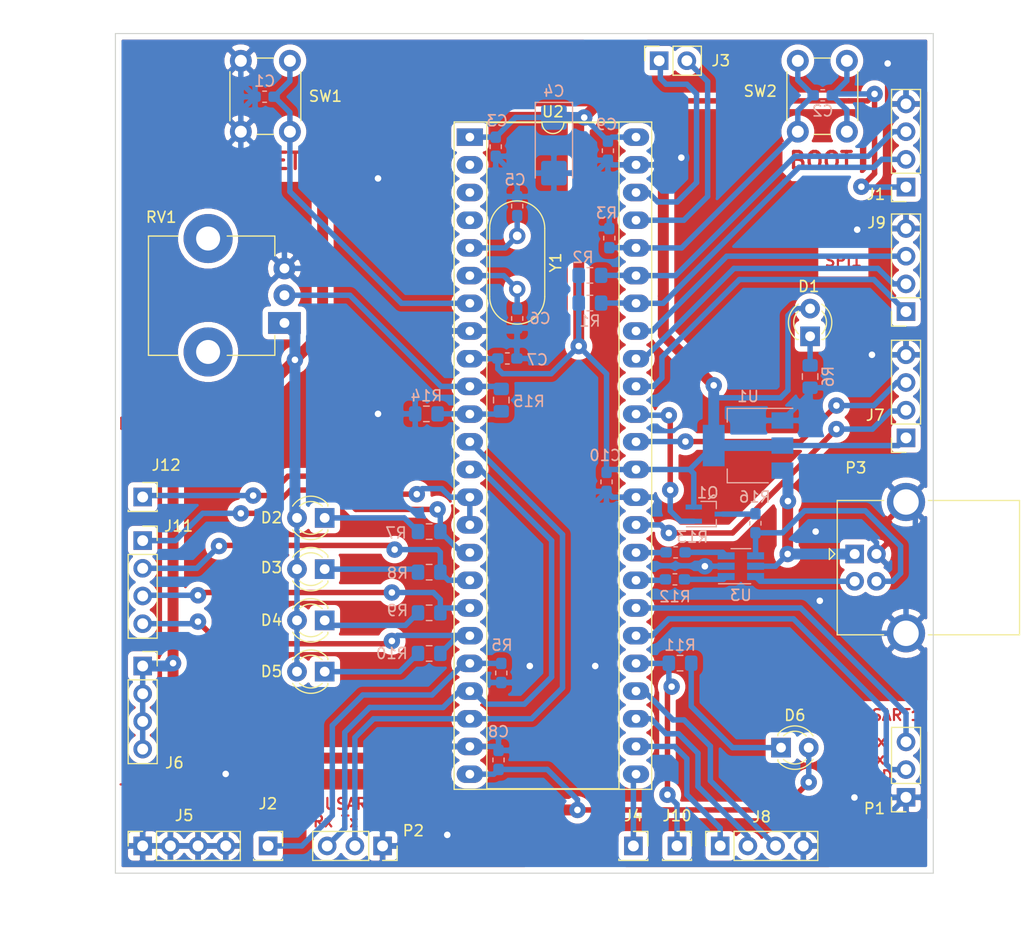
<source format=kicad_pcb>
(kicad_pcb (version 20211014) (generator pcbnew)
  (layers (0 "F.Cu" jumper) (31 "B.Cu" signal) (36 "B.SilkS" user "B.Silkscreen") (37 "F.SilkS" user "F.Silkscreen") (38 "B.Mask" user) (44 "Edge.Cuts" user))
  (net 0 "")
  (net 1 "/NRST")
  (net 2 "GND")
  (net 3 "/BOOT0")
  (net 4 "+3V3")
  (net 5 "/OSC_IN")
  (net 6 "/OSC_OUT")
  (net 7 "Net-(D1-Pad1)")
  (net 8 "Net-(D3-Pad1)")
  (net 9 "Net-(D4-Pad1)")
  (net 10 "+5V")
  (net 11 "/USB_PU")
  (net 12 "Net-(Q1-Pad3)")
  (net 13 "Net-(D2-Pad1)")
  (net 14 "Net-(D5-Pad1)")
  (net 15 "Net-(D6-Pad1)")
  (net 16 "/U1Tx")
  (net 17 "/U1Rx")
  (net 18 "/U2Tx")
  (net 19 "/U2Rx")
  (net 20 "Net-(P3-Pad2)")
  (net 21 "Net-(P3-Pad3)")
  (net 22 "/I2C_SCL")
  (net 23 "/I2C_SDA")
  (net 24 "Net-(J2-Pad1)")
  (net 25 "/PWM1")
  (net 26 "/PWM2")
  (net 27 "/PWM3")
  (net 28 "/PWM4")
  (net 29 "/PWMT1ch1")
  (net 30 "Net-(R12-Pad1)")
  (net 31 "Net-(R12-Pad2)")
  (net 32 "Net-(R13-Pad2)")
  (net 33 "Net-(R13-Pad1)")
  (net 34 "/ADC1")
  (net 35 "/ADC0")
  (net 36 "Net-(J4-Pad1)")
  (net 37 "/SPI2_SCK")
  (net 38 "/SPI2_MISO")
  (net 39 "/SPI2_MOSI")
  (net 40 "/SWDIO")
  (net 41 "/SWCLK")
  (net 42 "Net-(J12-Pad1)")
  (net 43 "/SPI1_SCK")
  (net 44 "/SPI1_MISO")
  (net 45 "/SPI1_MOSI")
  (net 46 "Net-(J3-Pad2)")
  (net 47 "Net-(J3-Pad1)")
  (footprint "my_footprints:Potentiometer" (layer "F.Cu") (at 68 87.04 90)
    (fp_text reference "RV1")
    (fp_text value "20k")
  )
  (footprint "Button_Switch_THT:SW_PUSH_6mm" (layer "F.Cu") (at 115.077 69.5 90)
    (fp_text reference "SW2")
    (fp_text value "Boot")
  )
  (footprint "Package_DIP:DIP-48_W15.24mm_Socket_LongPads" (layer "F.Cu") (at 85 70)
    (fp_text reference "U2")
    (fp_text value "STM32LQFP48")
  )
  (footprint "Crystal:Crystal_HC49-U_Vertical" (layer "F.Cu") (at 89.3445 79.0575 -90)
    (fp_text reference "Y1")
    (fp_text value "8MHz")
  )
  (footprint "Connector_USB:USB_B_OST_USB-B1HSxx_Horizontal" (layer "F.Cu") (at 120.29 108.23)
    (fp_text reference "P3")
    (fp_text value "USB_B")
  )
  (footprint "Connector_PinSocket_2.54mm:PinSocket_1x04_P2.54mm_Vertical" (layer "F.Cu") (at 125 74.58 180)
    (fp_text reference "J1")
    (fp_text value "Conn_01x04_Female")
  )
  (footprint "Connector_PinSocket_2.54mm:PinSocket_1x01_P2.54mm_Vertical" (layer "F.Cu") (at 66.5 135)
    (fp_text reference "J2")
    (fp_text value "Conn_01x01_Female")
  )
  (footprint "Connector_PinSocket_2.54mm:PinSocket_1x02_P2.54mm_Vertical" (layer "F.Cu") (at 102.362 62.992 90)
    (fp_text reference "J3")
    (fp_text value "Conn_01x02_Female")
  )
  (footprint "Connector_PinSocket_2.54mm:PinSocket_1x01_P2.54mm_Vertical" (layer "F.Cu") (at 100 135)
    (fp_text reference "J4")
    (fp_text value "Conn_01x01_Female")
  )
  (footprint "Connector_PinSocket_2.54mm:PinSocket_1x04_P2.54mm_Vertical" (layer "F.Cu") (at 55 135 90)
    (fp_text reference "J5")
    (fp_text value "Conn_01x04_Female")
  )
  (footprint "Connector_PinSocket_2.54mm:PinSocket_1x04_P2.54mm_Vertical" (layer "F.Cu") (at 55 118.5)
    (fp_text reference "J6")
    (fp_text value "Conn_01x04_Female")
  )
  (footprint "Connector_PinSocket_2.54mm:PinSocket_1x04_P2.54mm_Vertical" (layer "F.Cu") (at 125 97.58 180)
    (fp_text reference "J7")
    (fp_text value "Conn_01x04_Female")
  )
  (footprint "Connector_PinSocket_2.54mm:PinSocket_1x04_P2.54mm_Vertical" (layer "F.Cu") (at 107.96 135 90)
    (fp_text reference "J8")
    (fp_text value "Conn_01x04_Female")
  )
  (footprint "Connector_PinSocket_2.54mm:PinSocket_1x04_P2.54mm_Vertical" (layer "F.Cu") (at 125 86 180)
    (fp_text reference "J9")
    (fp_text value "Conn_01x04_Female")
  )
  (footprint "Connector_PinSocket_2.54mm:PinSocket_1x01_P2.54mm_Vertical" (layer "F.Cu") (at 104 135)
    (fp_text reference "J10")
    (fp_text value "Conn_01x01_Female")
  )
  (footprint "Connector_PinSocket_2.54mm:PinSocket_1x04_P2.54mm_Vertical" (layer "F.Cu") (at 55 107)
    (fp_text reference "J11")
    (fp_text value "Conn_01x04_Female")
  )
  (footprint "Connector_PinSocket_2.54mm:PinSocket_1x01_P2.54mm_Vertical" (layer "F.Cu") (at 55 103)
    (fp_text reference "J12")
    (fp_text value "Conn_01x01_Female")
  )
  (footprint "LED_THT:LED_D3.0mm" (layer "F.Cu") (at 116.205 88.265 90)
    (fp_text reference "D1")
    (fp_text value "LED")
  )
  (footprint "LED_THT:LED_D3.0mm" (layer "F.Cu") (at 71.692 104.918 180)
    (fp_text reference "D2")
    (fp_text value "LED")
  )
  (footprint "LED_THT:LED_D3.0mm" (layer "F.Cu") (at 71.692 109.617 180)
    (fp_text reference "D3")
    (fp_text value "LED")
  )
  (footprint "LED_THT:LED_D3.0mm" (layer "F.Cu") (at 71.692 114.316 180)
    (fp_text reference "D4")
    (fp_text value "LED")
  )
  (footprint "LED_THT:LED_D3.0mm" (layer "F.Cu") (at 71.692 119.015 180)
    (fp_text reference "D5")
    (fp_text value "LED")
  )
  (footprint "LED_THT:LED_D3.0mm" (layer "F.Cu") (at 113.538 125.984)
    (fp_text reference "D6")
    (fp_text value "LED")
  )
  (footprint "Connector_PinSocket_2.54mm:PinSocket_1x03_P2.54mm_Vertical" (layer "F.Cu") (at 125 130.54 180)
    (fp_text reference "P1")
    (fp_text value "USART1")
  )
  (footprint "Connector_PinSocket_2.54mm:PinSocket_1x03_P2.54mm_Vertical" (layer "F.Cu") (at 77 135 -90)
    (fp_text reference "P2")
    (fp_text value "USART2/3")
  )
  (footprint "Button_Switch_THT:SW_PUSH_6mm" (layer "F.Cu") (at 68.5 63 -90)
    (fp_text reference "SW1")
    (fp_text value "Reset")
  )
  (footprint "Capacitor_SMD:C_0603_1608Metric_Pad1.05x0.95mm_HandSolder" (layer "B.Cu") (at 66.181 66.294 180)
    (fp_text reference "C1")
    (fp_text value "0.1")
  )
  (footprint "Capacitor_SMD:C_0603_1608Metric_Pad1.05x0.95mm_HandSolder" (layer "B.Cu") (at 89.3445 76.327 90)
    (fp_text reference "C5")
    (fp_text value "12")
  )
  (footprint "Capacitor_SMD:C_0603_1608Metric_Pad1.05x0.95mm_HandSolder" (layer "B.Cu") (at 89.3445 86.628 -90)
    (fp_text reference "C6")
    (fp_text value "12")
  )
  (footprint "Capacitor_SMD:C_0603_1608Metric_Pad1.05x0.95mm_HandSolder" (layer "B.Cu") (at 87.63 127.113 -90)
    (fp_text reference "C8")
    (fp_text value "0.1")
  )
  (footprint "Capacitor_SMD:C_0603_1608Metric_Pad1.05x0.95mm_HandSolder" (layer "B.Cu") (at 97.536 101.614 90)
    (fp_text reference "C10")
    (fp_text value "0.1")
  )
  (footprint "Resistor_SMD:R_0603_1608Metric_Pad1.05x0.95mm_HandSolder" (layer "B.Cu") (at 97.79 79.262 90)
    (fp_text reference "R3")
    (fp_text value "10k")
  )
  (footprint "Resistor_SMD:R_0603_1608Metric_Pad1.05x0.95mm_HandSolder" (layer "B.Cu") (at 87.884 119.14 -90)
    (fp_text reference "R5")
    (fp_text value "100k")
  )
  (footprint "Resistor_SMD:R_0805_2012Metric_Pad1.15x1.40mm_HandSolder" (layer "B.Cu") (at 116.205 91.957 90)
    (fp_text reference "R6")
    (fp_text value "220")
  )
  (footprint "Resistor_SMD:R_0805_2012Metric_Pad1.15x1.40mm_HandSolder" (layer "B.Cu") (at 81.271 106.172)
    (fp_text reference "R7")
    (fp_text value "220")
  )
  (footprint "Resistor_SMD:R_0805_2012Metric_Pad1.15x1.40mm_HandSolder" (layer "B.Cu") (at 81.271 109.897333)
    (fp_text reference "R8")
    (fp_text value "220")
  )
  (footprint "Resistor_SMD:R_0603_1608Metric_Pad1.05x0.95mm_HandSolder" (layer "B.Cu") (at 103.8085 110.5535 180)
    (fp_text reference "R12")
    (fp_text value "22")
  )
  (footprint "Resistor_SMD:R_0603_1608Metric_Pad1.05x0.95mm_HandSolder" (layer "B.Cu") (at 103.872 108.077 180)
    (fp_text reference "R13")
    (fp_text value "22")
  )
  (footprint "Resistor_SMD:R_0603_1608Metric_Pad1.05x0.95mm_HandSolder" (layer "B.Cu") (at 111.1885 105.41 -90)
    (fp_text reference "R16")
    (fp_text value "1k5")
  )
  (footprint "Capacitor_SMD:C_0603_1608Metric_Pad1.05x0.95mm_HandSolder" (layer "B.Cu") (at 87.376 70.88 -90)
    (fp_text reference "C3")
    (fp_text value "0.1")
  )
  (footprint "Capacitor_SMD:C_0603_1608Metric_Pad1.05x0.95mm_HandSolder" (layer "B.Cu") (at 88.4415 90.297 180)
    (fp_text reference "C7")
    (fp_text value "0.1")
  )
  (footprint "Capacitor_SMD:C_0603_1608Metric_Pad1.05x0.95mm_HandSolder" (layer "B.Cu") (at 97.663 71.247 90)
    (fp_text reference "C9")
    (fp_text value "0.1")
  )
  (footprint "Package_TO_SOT_SMD:SOT-323_SC-70_Handsoldering" (layer "B.Cu") (at 106.867 104.5695)
    (fp_text reference "Q1")
    (fp_text value "DTA114Y")
  )
  (footprint "Package_TO_SOT_SMD:SOT-223" (layer "B.Cu") (at 110.515 98.284 180)
    (fp_text reference "U1")
    (fp_text value "LM1117-3.3")
  )
  (footprint "Package_TO_SOT_SMD:SOT-23-6_Handsoldering" (layer "B.Cu") (at 109.855 109.347)
    (fp_text reference "U3")
    (fp_text value "USBLC6-2SC6")
  )
  (footprint "Resistor_SMD:R_0805_2012Metric_Pad1.15x1.40mm_HandSolder" (layer "B.Cu") (at 87.884 94.116 -90)
    (fp_text reference "R15")
    (fp_text value "4k7")
  )
  (footprint "Resistor_SMD:R_0805_2012Metric_Pad1.15x1.40mm_HandSolder" (layer "B.Cu") (at 81.271 117.348)
    (fp_text reference "R10")
    (fp_text value "220")
  )
  (footprint "Resistor_SMD:R_0805_2012Metric_Pad1.15x1.40mm_HandSolder" (layer "B.Cu") (at 81.271 113.622666)
    (fp_text reference "R9")
    (fp_text value "220")
  )
  (footprint "Resistor_SMD:R_0805_2012Metric_Pad1.15x1.40mm_HandSolder" (layer "B.Cu") (at 96.012 82.677)
    (fp_text reference "R2")
    (fp_text value "4k7")
  )
  (footprint "Resistor_SMD:R_0805_2012Metric_Pad1.15x1.40mm_HandSolder" (layer "B.Cu") (at 96.012 85.217)
    (fp_text reference "R1")
    (fp_text value "4k7")
  )
  (footprint "Resistor_SMD:R_0805_2012Metric_Pad1.15x1.40mm_HandSolder" (layer "B.Cu") (at 81.017 95.377 180)
    (fp_text reference "R14")
    (fp_text value "4k7")
  )
  (footprint "Resistor_SMD:R_0805_2012Metric_Pad1.15x1.40mm_HandSolder" (layer "B.Cu") (at 104.276 118.237 180)
    (fp_text reference "R11")
    (fp_text value "220")
  )
  (footprint "Capacitor_Tantalum_SMD:CP_EIA-6032-28_Kemet-C_Pad2.25x2.35mm_HandSolder" (layer "B.Cu") (at 92.71 70.749 -90)
    (fp_text reference "C4")
    (fp_text value "47u")
  )
  (footprint "Capacitor_SMD:C_0603_1608Metric_Pad1.05x0.95mm_HandSolder" (layer "B.Cu") (at 117.362 66.167)
    (fp_text reference "C2")
    (fp_text value "0.1")
  )
  (gr_line (start 52.5 60.5) (end 52.5 137.5) (layer "Edge.Cuts") (width 0.1))
  (gr_line (start 52.5 137.5) (end 127.5 137.5) (layer "Edge.Cuts") (width 0.1))
  (gr_line (start 127.5 137.5) (end 127.5 60.5) (layer "Edge.Cuts") (width 0.1))
  (gr_line (start 127.5 60.5) (end 52.5 60.5) (layer "Edge.Cuts") (width 0.1))
  (gr_text "USART1:" (at 123.825 122.9995) (layer "F.Cu") (effects (font (size 1 1) (thickness 0.2))))
  (gr_text "Rx\nTx\nGND" (at 122.2375 127) (layer "F.Cu") (effects (font (size 1 1) (thickness 0.2))))
  (gr_text "I2C" (at 125.476 64.3255) (layer "F.Cu") (effects (font (size 1 1) (thickness 0.2))))
  (gr_text "pwmT1" (at 114.7445 122.936) (layer "F.Cu") (effects (font (size 1 1) (thickness 0.2))))
  (gr_text "PWM LEDs" (at 63.4365 118.6815) (layer "F.Cu") (effects (font (size 1 1) (thickness 0.2))))
  (gr_text "SWD" (at 119.9515 92.2655) (layer "F.Cu") (effects (font (size 1 1) (thickness 0.2))))
  (gr_text "SPI1" (at 119.253 81.3435) (layer "F.Cu") (effects (font (size 1 1) (thickness 0.2))))
  (gr_text "CAN" (at 98.3615 62.2935) (layer "F.Cu") (effects (font (size 1.5 1.5) (thickness 0.3))))
  (gr_text "RESET" (at 66.167 72.1995) (layer "F.Cu") (effects (font (size 1.5 1.5) (thickness 0.3))))
  (gr_text "USART2\nRx Tx Gnd" (at 74.4855 131.953) (layer "F.Cu") (effects (font (size 1 1) (thickness 0.2))))
  (gr_text "GND" (at 54.991 131.8895) (layer "F.Cu") (effects (font (size 1 1) (thickness 0.2))))
  (gr_text "Sen" (at 66.548 132.7785) (layer "F.Cu") (effects (font (size 1 1) (thickness 0.2))))
  (gr_text "BOOT" (at 117.221 72.136) (layer "F.Cu") (effects (font (size 1.5 1.5) (thickness 0.3))))
  (gr_text "S2|pwmT1" (at 94.6785 136.017) (layer "F.Cu") (effects (font (size 1 1) (thickness 0.2))))
  (gr_text "+3V3" (at 54.737 129.286) (layer "F.Cu") (effects (font (size 1 1) (thickness 0.2))))
  (gr_text "SCK\nMISO\nMOSI\nGND" (at 123.7615 135.001 90) (layer "F.Cu") (effects (font (size 1 1) (thickness 0.2))))
  (gr_text "SPI2:" (at 119.3165 135.001 90) (layer "F.Cu") (effects (font (size 1 1) (thickness 0.2))))
  (gr_text "DAC1/AIN5\nPWM1..4" (at 56.896 97.0915) (layer "F.Cu") (effects (font (size 1 1) (thickness 0.2))))
  (segment (start 78.74 85.24) (end 68.5 75) (width 0.5) (layer "B.Cu") (net 1))
  (segment (start 68.5 75) (end 68.5 69.5) (width 0.5) (layer "B.Cu") (net 1))
  (segment (start 68.5 69.5) (end 68.5 67.738) (width 0.5) (layer "B.Cu") (net 1))
  (segment (start 68.5 64.85) (end 67.056 66.294) (width 0.5) (layer "B.Cu") (net 1))
  (segment (start 68.5 67.738) (end 67.056 66.294) (width 0.5) (layer "B.Cu") (net 1))
  (segment (start 68.5 63) (end 68.5 64.85) (width 0.5) (layer "B.Cu") (net 1))
  (segment (start 85 85.24) (end 78.74 85.24) (width 0.5) (layer "B.Cu") (net 1))
  (segment (start 62.611 128.397) (end 77.343 128.397) (width 0.5) (layer "F.Cu") (net 2))
  (segment (start 121.7545 77.2545) (end 120.523 78.486) (width 0.5) (layer "F.Cu") (net 2))
  (segment (start 116.713 106.172) (end 116.713 112.141) (width 0.5) (layer "F.Cu") (net 2))
  (segment (start 96.901 132.969) (end 116.84 132.969) (width 0.5) (layer "F.Cu") (net 2))
  (segment (start 90.5 118.5) (end 96.5 118.5) (width 0.5) (layer "F.Cu") (net 2))
  (segment (start 116.713 112.141) (end 117.094 112.522) (width 0.5) (layer "F.Cu") (net 2))
  (segment (start 104.394 71.882) (end 106.807 69.469) (width 0.5) (layer "F.Cu") (net 2))
  (segment (start 123.317 75.692) (end 121.7545 77.2545) (width 0.5) (layer "F.Cu") (net 2))
  (segment (start 106.553 111.506) (end 107.442 112.395) (width 0.5) (layer "F.Cu") (net 2))
  (segment (start 119.253 130.556) (end 120.269 130.556) (width 0.5) (layer "F.Cu") (net 2))
  (segment (start 106.807 69.469) (end 109.601 69.469) (width 0.5) (layer "F.Cu") (net 2))
  (segment (start 121.876 79.839) (end 121.876 89.96) (width 0.5) (layer "F.Cu") (net 2))
  (segment (start 116.713 102.87) (end 116.713 106.172) (width 0.5) (layer "F.Cu") (net 2))
  (segment (start 118.618 78.486) (end 109.601 69.469) (width 0.5) (layer "F.Cu") (net 2))
  (segment (start 121.876 89.96) (end 121.876 97.707) (width 0.5) (layer "F.Cu") (net 2))
  (segment (start 116.84 132.969) (end 119.253 130.556) (width 0.5) (layer "F.Cu") (net 2))
  (segment (start 121.876 97.707) (end 116.713 102.87) (width 0.5) (layer "F.Cu") (net 2))
  (segment (start 120.269 121.92) (end 117.094 118.745) (width 0.5) (layer "F.Cu") (net 2))
  (segment (start 117.094 118.745) (end 117.094 112.522) (width 0.5) (layer "F.Cu") (net 2))
  (segment (start 76.581 95.377) (end 76.581 73.787) (width 0.5) (layer "F.Cu") (net 2))
  (segment (start 77.343 128.397) (end 82.931 133.985) (width 0.5) (layer "F.Cu") (net 2))
  (segment (start 107.442 112.395) (end 116.967 112.395) (width 0.5) (layer "F.Cu") (net 2))
  (segment (start 95.885 133.985) (end 96.901 132.969) (width 0.5) (layer "F.Cu") (net 2))
  (segment (start 120.523 78.486) (end 121.876 79.839) (width 0.5) (layer "F.Cu") (net 2))
  (segment (start 120.269 130.556) (end 120.269 121.92) (width 0.5) (layer "F.Cu") (net 2))
  (segment (start 123.317 63.246) (end 123.317 75.692) (width 0.5) (layer "F.Cu") (net 2))
  (segment (start 120.523 78.486) (end 118.618 78.486) (width 0.5) (layer "F.Cu") (net 2))
  (segment (start 106.553 109.3535) (end 106.553 111.506) (width 0.5) (layer "F.Cu") (net 2))
  (segment (start 116.967 112.395) (end 117.094 112.522) (width 0.5) (layer "F.Cu") (net 2))
  (segment (start 82.931 133.985) (end 95.885 133.985) (width 0.5) (layer "F.Cu") (net 2))
  (via (at 82.931 133.985) (size 1.5) (drill 0.6) (layers "F.Cu" "B.Cu") (net 2))
  (via (at 117.094 112.522) (size 1.5) (drill 0.6) (layers "F.Cu" "B.Cu") (net 2))
  (via (at 76.581 73.787) (size 1.5) (drill 0.6) (layers "F.Cu" "B.Cu") (net 2))
  (via (at 90.5 118.5) (size 1.5) (drill 0.6) (layers "F.Cu" "B.Cu") (net 2))
  (via (at 120.523 78.486) (size 1.5) (drill 0.6) (layers "F.Cu" "B.Cu") (net 2))
  (via (at 106.553 109.3535) (size 1.5) (drill 0.6) (layers "F.Cu" "B.Cu") (net 2))
  (via (at 123.317 63.246) (size 1.5) (drill 0.6) (layers "F.Cu" "B.Cu") (net 2))
  (via (at 96.5 118.5) (size 1.5) (drill 0.6) (layers "F.Cu" "B.Cu") (net 2))
  (via (at 116.713 106.172) (size 1.5) (drill 0.6) (layers "F.Cu" "B.Cu") (net 2))
  (via (at 120.269 130.556) (size 1.5) (drill 0.6) (layers "F.Cu" "B.Cu") (net 2))
  (via (at 76.581 95.377) (size 1.5) (drill 0.6) (layers "F.Cu" "B.Cu") (net 2))
  (via (at 121.876 89.96) (size 1.5) (drill 0.6) (layers "F.Cu" "B.Cu") (net 2))
  (via (at 104.394 71.882) (size 1.5) (drill 0.6) (layers "F.Cu" "B.Cu") (net 2))
  (via (at 62.611 128.397) (size 1.5) (drill 0.6) (layers "F.Cu" "B.Cu") (net 2))
  (segment (start 91.059 126.238) (end 96.5 120.797) (width 0.5) (layer "B.Cu") (net 2))
  (segment (start 97.79 78.387) (end 96.887 78.387) (width 0.5) (layer "B.Cu") (net 2))
  (segment (start 92.71 73.299) (end 89.299 73.299) (width 0.5) (layer "B.Cu") (net 2))
  (segment (start 125 66.96) (end 125 64.929) (width 0.5) (layer "B.Cu") (net 2))
  (segment (start 120.629 78.38) (end 120.523 78.486) (width 0.5) (layer "B.Cu") (net 2))
  (segment (start 85 87.78) (end 79.144 87.78) (width 0.5) (layer "B.Cu") (net 2))
  (segment (start 118.854 92.982) (end 116.205 92.982) (width 0.5) (layer "B.Cu") (net 2))
  (segment (start 76.581 65.405) (end 76.835 65.151) (width 0.5) (layer "B.Cu") (net 2))
  (segment (start 73.404 82.04) (end 68 82.04) (width 0.5) (layer "B.Cu") (net 2))
  (segment (start 92.964 85.09) (end 92.964 81.407) (width 0.5) (layer "B.Cu") (net 2))
  (segment (start 64 67.6) (end 65.306 66.294) (width 0.5) (layer "B.Cu") (net 2))
  (segment (start 121.876 89.96) (end 118.854 92.982) (width 0.5) (layer "B.Cu") (net 2))
  (segment (start 125 115.5) (end 125 112.236) (width 0.5) (layer "B.Cu") (net 2))
  (segment (start 122.29 108.23) (end 122.29 107.812) (width 0.5) (layer "B.Cu") (net 2))
  (segment (start 64 72.636) (end 64 69.5) (width 0.5) (layer "B.Cu") (net 2))
  (segment (start 96.887 78.387) (end 96.486 77.986) (width 0.5) (layer "B.Cu") (net 2))
  (segment (start 76.835 65.151) (end 101.219 65.151) (width 0.5) (layer "B.Cu") (net 2))
  (segment (start 68 76.636) (end 64 72.636) (width 0.5) (layer "B.Cu") (net 2))
  (segment (start 121.285 106.172) (end 116.713 106.172) (width 0.5) (layer "B.Cu") (net 2))
  (segment (start 125.857 104.317) (end 125 103.46) (width 0.5) (layer "B.Cu") (net 2))
  (segment (start 115.58 135) (end 120.54 135) (width 0.5) (layer "B.Cu") (net 2))
  (segment (start 124.984 130.556) (end 125 130.54) (width 0.5) (layer "B.Cu") (net 2))
  (segment (start 89.3165 87.531) (end 89.3445 87.503) (width 0.5) (layer "B.Cu") (net 2))
  (segment (start 122.29 108.23) (end 122.29 107.177) (width 0.5) (layer "B.Cu") (net 2))
  (segment (start 87.63 126.238) (end 91.059 126.238) (width 0.5) (layer "B.Cu") (net 2))
  (segment (start 120.269 130.556) (end 124.984 130.556) (width 0.5) (layer "B.Cu") (net 2))
  (segment (start 96.5 120.797) (end 96.5 118.5) (width 0.5) (layer "B.Cu") (net 2))
  (segment (start 64 63) (end 64 64.988) (width 0.5) (layer "B.Cu") (net 2))
  (segment (start 125 112.236) (end 125.857 111.379) (width 0.5) (layer "B.Cu") (net 2))
  (segment (start 125 64.929) (end 123.317 63.246) (width 0.5) (layer "B.Cu") (net 2))
  (segment (start 108.505 109.347) (end 106.5595 109.347) (width 0.5) (layer "B.Cu") (net 2))
  (segment (start 96.5 118.5) (end 96.5 103.525) (width 0.5) (layer "B.Cu") (net 2))
  (segment (start 100.24 72.54) (end 103.736 72.54) (width 0.5) (layer "B.Cu") (net 2))
  (segment (start 106.5595 109.347) (end 106.553 109.3535) (width 0.5) (layer "B.Cu") (net 2))
  (segment (start 62.62 135) (end 60.08 135) (width 0.5) (layer "B.Cu") (net 2))
  (segment (start 64 69.5) (end 64 67.6) (width 0.5) (layer "B.Cu") (net 2))
  (segment (start 100.24 72.54) (end 98.081 72.54) (width 0.5) (layer "B.Cu") (net 2))
  (segment (start 104.394 68.326) (end 104.394 71.882) (width 0.5) (layer "B.Cu") (net 2))
  (segment (start 125.857 111.379) (end 125.857 104.317) (width 0.5) (layer "B.Cu") (net 2))
  (segment (start 88.985 120.015) (end 90.5 118.5) (width 0.5) (layer "B.Cu") (net 2))
  (segment (start 125 89.96) (end 121.876 89.96) (width 0.5) (layer "B.Cu") (net 2))
  (segment (start 98.081 72.54) (end 97.663 72.122) (width 0.5) (layer "B.Cu") (net 2))
  (segment (start 88.92 73.299) (end 87.376 71.755) (width 0.5) (layer "B.Cu") (net 2))
  (segment (start 62.611 131.681) (end 62.611 128.397) (width 0.5) (layer "B.Cu") (net 2))
  (segment (start 89.3445 73.3445) (end 89.299 73.299) (width 0.5) (layer "B.Cu") (net 2))
  (segment (start 90.551 87.503) (end 92.964 85.09) (width 0.5) (layer "B.Cu") (net 2))
  (segment (start 116.205 93.444) (end 113.665 95.984) (width 0.5) (layer "B.Cu") (net 2))
  (segment (start 89.3445 87.503) (end 90.551 87.503) (width 0.5) (layer "B.Cu") (net 2))
  (segment (start 68 82.04) (end 68 76.636) (width 0.5) (layer "B.Cu") (net 2))
  (segment (start 85 125.88) (end 87.272 125.88) (width 0.5) (layer "B.Cu") (net 2))
  (segment (start 96.5 103.525) (end 97.536 102.489) (width 0.5) (layer "B.Cu") (net 2))
  (segment (start 79.992 95.377) (end 76.581 95.377) (width 0.5) (layer "B.Cu") (net 2))
  (segment (start 125 78.38) (end 120.629 78.38) (width 0.5) (layer "B.Cu") (net 2))
  (segment (start 85 87.78) (end 89.0675 87.78) (width 0.5) (layer "B.Cu") (net 2))
  (segment (start 92.71 73.299) (end 96.486 73.299) (width 0.5) (layer "B.Cu") (net 2))
  (segment (start 62.62 131.69) (end 62.611 131.681) (width 0.5) (layer "B.Cu") (net 2))
  (segment (start 95.984 78.387) (end 96.887 78.387) (width 0.5) (layer "B.Cu") (net 2))
  (segment (start 117.094 112.522) (end 120.072 115.5) (width 0.5) (layer "B.Cu") (net 2))
  (segment (start 98.067 103.02) (end 97.536 102.489) (width 0.5) (layer "B.Cu") (net 2))
  (segment (start 77 135) (end 81.916 135) (width 0.5) (layer "B.Cu") (net 2))
  (segment (start 57.54 135) (end 60.08 135) (width 0.5) (layer "B.Cu") (net 2))
  (segment (start 62.62 135) (end 62.62 131.69) (width 0.5) (layer "B.Cu") (net 2))
  (segment (start 89.0675 87.78) (end 89.3445 87.503) (width 0.5) (layer "B.Cu") (net 2))
  (segment (start 120.54 135) (end 125 130.54) (width 0.5) (layer "B.Cu") (net 2))
  (segment (start 76.581 73.787) (end 76.581 65.405) (width 0.5) (layer "B.Cu") (net 2))
  (segment (start 103.736 72.54) (end 104.394 71.882) (width 0.5) (layer "B.Cu") (net 2))
  (segment (start 120.072 115.5) (end 125 115.5) (width 0.5) (layer "B.Cu") (net 2))
  (segment (start 96.486 73.299) (end 97.663 72.122) (width 0.5) (layer "B.Cu") (net 2))
  (segment (start 82.55 133.604) (end 82.931 133.985) (width 0.5) (layer "B.Cu") (net 2))
  (segment (start 100.24 103.02) (end 98.067 103.02) (width 0.5) (layer "B.Cu") (net 2))
  (segment (start 81.916 135) (end 82.931 133.985) (width 0.5) (layer "B.Cu") (net 2))
  (segment (start 87.884 120.015) (end 88.985 120.015) (width 0.5) (layer "B.Cu") (net 2))
  (segment (start 55 135) (end 57.54 135) (width 0.5) (layer "B.Cu") (net 2))
  (segment (start 101.219 65.151) (end 104.394 68.326) (width 0.5) (layer "B.Cu") (net 2))
  (segment (start 82.55 126.492) (end 82.55 133.604) (width 0.5) (layer "B.Cu") (net 2))
  (segment (start 92.964 81.407) (end 95.984 78.387) (width 0.5) (layer "B.Cu") (net 2))
  (segment (start 89.3445 75.452) (end 89.3445 73.3445) (width 0.5) (layer "B.Cu") (net 2))
  (segment (start 116.205 92.982) (end 116.205 93.444) (width 0.5) (layer "B.Cu") (net 2))
  (segment (start 64 64.988) (end 65.306 66.294) (width 0.5) (layer "B.Cu") (net 2))
  (segment (start 122.29 107.177) (end 121.285 106.172) (width 0.5) (layer "B.Cu") (net 2))
  (segment (start 85 125.88) (end 83.162 125.88) (width 0.5) (layer "B.Cu") (net 2))
  (segment (start 89.299 73.299) (end 88.92 73.299) (width 0.5) (layer "B.Cu") (net 2))
  (segment (start 79.144 87.78) (end 73.404 82.04) (width 0.5) (layer "B.Cu") (net 2))
  (segment (start 96.486 77.986) (end 96.486 73.299) (width 0.5) (layer "B.Cu") (net 2))
  (segment (start 83.162 125.88) (end 82.55 126.492) (width 0.5) (layer "B.Cu") (net 2))
  (segment (start 87.272 125.88) (end 87.63 126.238) (width 0.5) (layer "B.Cu") (net 2))
  (segment (start 89.3165 90.297) (end 89.3165 87.531) (width 0.5) (layer "B.Cu") (net 2))
  (segment (start 100.217 80.137) (end 100.24 80.16) (width 0.5) (layer "B.Cu") (net 3))
  (segment (start 104.417 80.16) (end 115.077 69.5) (width 0.5) (layer "B.Cu") (net 3))
  (segment (start 115.077 69.5) (end 115.077 67.577) (width 0.5) (layer "B.Cu") (net 3))
  (segment (start 115.077 64.757) (end 116.487 66.167) (width 0.5) (layer "B.Cu") (net 3))
  (segment (start 115.077 67.577) (end 116.487 66.167) (width 0.5) (layer "B.Cu") (net 3))
  (segment (start 100.24 80.16) (end 104.417 80.16) (width 0.5) (layer "B.Cu") (net 3))
  (segment (start 115.077 63) (end 115.077 64.757) (width 0.5) (layer "B.Cu") (net 3))
  (segment (start 97.79 80.137) (end 100.217 80.137) (width 0.5) (layer "B.Cu") (net 3))
  (segment (start 102.743 88.138) (end 102.743 84.582) (width 1) (layer "F.Cu") (net 4))
  (segment (start 119.761 66.675) (end 101.092 66.675) (width 0.5) (layer "F.Cu") (net 4))
  (segment (start 121.482 66.675) (end 122.117 66.04) (width 0.5) (layer "F.Cu") (net 4))
  (segment (start 119.761 66.675) (end 121.482 66.675) (width 0.5) (layer "F.Cu") (net 4))
  (segment (start 78.559999 126.946999) (end 83.312 131.699) (width 1) (layer "F.Cu") (net 4))
  (segment (start 83.312 131.699) (end 94.869 131.699) (width 1) (layer "F.Cu") (net 4))
  (segment (start 71.501 87.884) (end 68.961 90.424) (width 1) (layer "F.Cu") (net 4))
  (segment (start 78.613 66.675) (end 71.501 73.787) (width 1) (layer "F.Cu") (net 4))
  (segment (start 97.014 66.675) (end 101.092 66.675) (width 1) (layer "F.Cu") (net 4))
  (segment (start 57.785 118.237) (end 57.785 125.857) (width 1) (layer "F.Cu") (net 4))
  (segment (start 113.538 131.699) (end 116.078 129.159) (width 0.5) (layer "F.Cu") (net 4))
  (segment (start 58.874999 126.946999) (end 78.559999 126.946999) (width 1) (layer "F.Cu") (net 4))
  (segment (start 101.092 66.675) (end 102.743 68.326) (width 1) (layer "F.Cu") (net 4))
  (segment (start 107.365 92.76) (end 102.743 88.138) (width 1) (layer "F.Cu") (net 4))
  (segment (start 122.117 73.336) (end 120.904 74.549) (width 0.5) (layer "F.Cu") (net 4))
  (segment (start 71.501 73.787) (end 71.501 87.884) (width 1) (layer "F.Cu") (net 4))
  (segment (start 94.987 89.163) (end 94.987 68.702) (width 1) (layer "F.Cu") (net 4))
  (segment (start 97.014 66.675) (end 95.49 68.199) (width 1) (layer "F.Cu") (net 4))
  (segment (start 122.117 66.04) (end 122.117 73.336) (width 0.5) (layer "F.Cu") (net 4))
  (segment (start 97.014 66.675) (end 78.613 66.675) (width 1) (layer "F.Cu") (net 4))
  (segment (start 57.785 118.237) (end 57.785 101.6) (width 1) (layer "F.Cu") (net 4))
  (segment (start 94.869 131.699) (end 113.538 131.699) (width 0.5) (layer "F.Cu") (net 4))
  (segment (start 102.743 68.326) (end 102.743 84.582) (width 1) (layer "F.Cu") (net 4))
  (segment (start 57.785 101.6) (end 68.961 90.424) (width 1) (layer "F.Cu") (net 4))
  (segment (start 57.785 125.857) (end 58.874999 126.946999) (width 1) (layer "F.Cu") (net 4))
  (segment (start 94.987 68.702) (end 95.49 68.199) (width 1) (layer "F.Cu") (net 4))
  (via (at 94.869 131.699) (size 1.5) (drill 0.6) (layers "F.Cu" "B.Cu") (net 4))
  (via (at 94.987 89.163) (size 1.5) (drill 0.6) (layers "F.Cu" "B.Cu") (net 4))
  (via (at 116.078 129.159) (size 1.5) (drill 0.6) (layers "F.Cu" "B.Cu") (net 4))
  (via (at 107.365 92.76) (size 1.5) (drill 0.6) (layers "F.Cu" "B.Cu") (net 4))
  (via (at 122.117 66.04) (size 1.5) (drill 0.6) (layers "F.Cu" "B.Cu") (net 4))
  (via (at 120.904 74.549) (size 1.5) (drill 0.6) (layers "F.Cu" "B.Cu") (net 4))
  (via (at 68.961 90.424) (size 1.5) (drill 0.6) (layers "F.Cu" "B.Cu") (net 4))
  (via (at 95.49 68.199) (size 1.5) (drill 0.6) (layers "F.Cu" "B.Cu") (net 4))
  (via (at 57.785 118.237) (size 1.5) (drill 0.6) (layers "F.Cu" "B.Cu") (net 4))
  (segment (start 114.173 86.36) (end 114.173 93.218) (width 0.5) (layer "B.Cu") (net 4))
  (segment (start 92.103 127.988) (end 94.869 130.754) (width 0.5) (layer "B.Cu") (net 4))
  (segment (start 87.63 127.988) (end 92.103 127.988) (width 0.5) (layer "B.Cu") (net 4))
  (segment (start 119.577 64.827) (end 118.237 66.167) (width 0.5) (layer "B.Cu") (net 4))
  (segment (start 113.665 98.284) (end 107.365 98.284) (width 1) (layer "B.Cu") (net 4))
  (segment (start 114.808 85.725) (end 114.173 86.36) (width 0.5) (layer "B.Cu") (net 4))
  (segment (start 94.987 85.217) (end 94.987 82.677) (width 0.5) (layer "B.Cu") (net 4))
  (segment (start 118.364 66.04) (end 118.237 66.167) (width 0.5) (layer "B.Cu") (net 4))
  (segment (start 116.205 85.725) (end 114.808 85.725) (width 0.5) (layer "B.Cu") (net 4))
  (segment (start 69.152 119.015) (end 69.152 114.316) (width 0.5) (layer "B.Cu") (net 4))
  (segment (start 92.71 68.199) (end 89.182 68.199) (width 0.5) (layer "B.Cu") (net 4))
  (segment (start 124.296 98.284) (end 125 97.58) (width 0.5) (layer "B.Cu") (net 4))
  (segment (start 100.24 70) (end 98.035 70) (width 0.5) (layer "B.Cu") (net 4))
  (segment (start 100.24 100.48) (end 105.169 100.48) (width 0.5) (layer "B.Cu") (net 4))
  (segment (start 87.198 128.42) (end 87.63 127.988) (width 0.5) (layer "B.Cu") (net 4))
  (segment (start 120.935 74.58) (end 120.904 74.549) (width 0.5) (layer "B.Cu") (net 4))
  (segment (start 100.24 100.48) (end 97.795 100.48) (width 0.5) (layer "B.Cu") (net 4))
  (segment (start 88.011 91.694) (end 92.456 91.694) (width 0.5) (layer "B.Cu") (net 4))
  (segment (start 55 123.58) (end 55 121.04) (width 0.5) (layer "B.Cu") (net 4))
  (segment (start 87.5665 90.297) (end 87.5665 91.2495) (width 0.5) (layer "B.Cu") (net 4))
  (segment (start 89.182 68.199) (end 87.376 70.005) (width 0.5) (layer "B.Cu") (net 4))
  (segment (start 97.795 100.48) (end 97.536 100.739) (width 0.5) (layer "B.Cu") (net 4))
  (segment (start 113.488 93.903) (end 107.365 93.903) (width 0.5) (layer "B.Cu") (net 4))
  (segment (start 119.577 63) (end 119.577 64.827) (width 0.5) (layer "B.Cu") (net 4))
  (segment (start 107.365 93.903) (end 107.365 92.76) (width 1) (layer "B.Cu") (net 4))
  (segment (start 122.117 66.04) (end 118.364 66.04) (width 0.5) (layer "B.Cu") (net 4))
  (segment (start 98.035 70) (end 97.663 70.372) (width 0.5) (layer "B.Cu") (net 4))
  (segment (start 87.5665 91.2495) (end 88.011 91.694) (width 0.5) (layer "B.Cu") (net 4))
  (segment (start 55 118.5) (end 57.522 118.5) (width 1) (layer "B.Cu") (net 4))
  (segment (start 55 126.12) (end 55 123.58) (width 0.5) (layer "B.Cu") (net 4))
  (segment (start 87.371 70) (end 87.376 70.005) (width 0.5) (layer "B.Cu") (net 4))
  (segment (start 55 118.5) (end 55 121.04) (width 0.5) (layer "B.Cu") (net 4))
  (segment (start 107.365 98.284) (end 107.365 93.903) (width 1) (layer "B.Cu") (net 4))
  (segment (start 92.456 91.694) (end 94.987 89.163) (width 0.5) (layer "B.Cu") (net 4))
  (segment (start 95.49 68.199) (end 97.663 70.372) (width 0.5) (layer "B.Cu") (net 4))
  (segment (start 97.536 91.712) (end 94.987 89.163) (width 0.5) (layer "B.Cu") (net 4))
  (segment (start 68.961 90.424) (end 68.961 104.727) (width 1) (layer "B.Cu") (net 4))
  (segment (start 85 128.42) (end 87.198 128.42) (width 0.5) (layer "B.Cu") (net 4))
  (segment (start 105.537 103.9195) (end 105.537 100.848) (width 0.5) (layer "B.Cu") (net 4))
  (segment (start 69.152 114.316) (end 69.152 109.617) (width 0.5) (layer "B.Cu") (net 4))
  (segment (start 114.173 93.218) (end 113.488 93.903) (width 0.5) (layer "B.Cu") (net 4))
  (segment (start 94.869 130.754) (end 94.869 131.699) (width 0.5) (layer "B.Cu") (net 4))
  (segment (start 94.987 89.163) (end 94.987 85.217) (width 0.5) (layer "B.Cu") (net 4))
  (segment (start 105.169 100.48) (end 107.365 98.284) (width 0.5) (layer "B.Cu") (net 4))
  (segment (start 113.665 98.284) (end 124.296 98.284) (width 0.5) (layer "B.Cu") (net 4))
  (segment (start 85 90.32) (end 87.5435 90.32) (width 0.5) (layer "B.Cu") (net 4))
  (segment (start 87.5435 90.32) (end 87.5665 90.297) (width 0.5) (layer "B.Cu") (net 4))
  (segment (start 68.961 104.727) (end 69.152 104.918) (width 1) (layer "B.Cu") (net 4))
  (segment (start 68.961 88.001) (end 68 87.04) (width 1) (layer "B.Cu") (net 4))
  (segment (start 119.577 67.507) (end 118.237 66.167) (width 0.5) (layer "B.Cu") (net 4))
  (segment (start 69.152 104.918) (end 69.152 109.617) (width 0.5) (layer "B.Cu") (net 4))
  (segment (start 105.537 100.848) (end 105.169 100.48) (width 0.5) (layer "B.Cu") (net 4))
  (segment (start 116.078 129.159) (end 116.078 125.984) (width 0.5) (layer "B.Cu") (net 4))
  (segment (start 85 70) (end 87.371 70) (width 0.5) (layer "B.Cu") (net 4))
  (segment (start 68.961 90.424) (end 68.961 88.001) (width 1) (layer "B.Cu") (net 4))
  (segment (start 97.536 100.739) (end 97.536 91.712) (width 0.5) (layer "B.Cu") (net 4))
  (segment (start 119.577 69.5) (end 119.577 67.507) (width 0.5) (layer "B.Cu") (net 4))
  (segment (start 125 74.58) (end 120.935 74.58) (width 0.5) (layer "B.Cu") (net 4))
  (segment (start 57.522 118.5) (end 57.785 118.237) (width 1) (layer "B.Cu") (net 4))
  (segment (start 92.71 68.199) (end 95.49 68.199) (width 1) (layer "B.Cu") (net 4))
  (segment (start 85 80.16) (end 88.242 80.16) (width 0.5) (layer "B.Cu") (net 5))
  (segment (start 88.242 80.16) (end 89.3445 79.0575) (width 0.5) (layer "B.Cu") (net 5))
  (segment (start 89.3445 79.0575) (end 89.3445 77.202) (width 0.5) (layer "B.Cu") (net 5))
  (segment (start 88.107 82.7) (end 89.3445 83.9375) (width 0.5) (layer "B.Cu") (net 6))
  (segment (start 89.3445 85.753) (end 89.3445 83.9375) (width 0.5) (layer "B.Cu") (net 6))
  (segment (start 85 82.7) (end 88.107 82.7) (width 0.5) (layer "B.Cu") (net 6))
  (segment (start 116.205 88.265) (end 116.205 90.932) (width 0.5) (layer "B.Cu") (net 7))
  (segment (start 71.692 109.617) (end 79.965667 109.617) (width 0.5) (layer "B.Cu") (net 8))
  (segment (start 79.965667 109.617) (end 80.246 109.897333) (width 0.5) (layer "B.Cu") (net 8))
  (segment (start 72.148676 114.772676) (end 79.09599 114.772676) (width 0.5) (layer "B.Cu") (net 9))
  (segment (start 71.692 114.316) (end 72.148676 114.772676) (width 0.5) (layer "B.Cu") (net 9))
  (segment (start 79.09599 114.772676) (end 80.246 113.622666) (width 0.5) (layer "B.Cu") (net 9))
  (segment (start 114.147 108.23) (end 114.147 103.404) (width 1) (layer "F.Cu") (net 10))
  (segment (start 114.147 103.404) (end 114.173 103.378) (width 1) (layer "F.Cu") (net 10))
  (via (at 114.173 103.378) (size 1.5) (drill 0.6) (layers "F.Cu" "B.Cu") (net 10))
  (via (at 114.147 108.23) (size 1.5) (drill 0.6) (layers "F.Cu" "B.Cu") (net 10))
  (segment (start 114.173 103.378) (end 114.173 101.092) (width 1) (layer "B.Cu") (net 10))
  (segment (start 120.29 108.23) (end 114.147 108.23) (width 1) (layer "B.Cu") (net 10))
  (segment (start 114.147 108.23) (end 113.03 109.347) (width 0.5) (layer "B.Cu") (net 10))
  (segment (start 113.03 109.347) (end 111.205 109.347) (width 0.5) (layer "B.Cu") (net 10))
  (segment (start 114.173 101.092) (end 113.665 100.584) (width 1) (layer "B.Cu") (net 10))
  (segment (start 103.378 95.631) (end 103.251 95.504) (width 0.5) (layer "F.Cu") (net 11))
  (segment (start 103.378 102.362) (end 103.378 95.631) (width 0.5) (layer "F.Cu") (net 11))
  (via (at 103.378 102.362) (size 1.5) (drill 0.6) (layers "F.Cu" "B.Cu") (net 11))
  (via (at 103.251 95.504) (size 1.5) (drill 0.6) (layers "F.Cu" "B.Cu") (net 11))
  (segment (start 103.251 95.504) (end 100.344 95.504) (width 0.5) (layer "B.Cu") (net 11))
  (segment (start 100.344 95.504) (end 100.24 95.4) (width 0.5) (layer "B.Cu") (net 11))
  (segment (start 104.3305 105.2195) (end 103.378 104.267) (width 0.5) (layer "B.Cu") (net 11))
  (segment (start 105.537 105.2195) (end 104.3305 105.2195) (width 0.5) (layer "B.Cu") (net 11))
  (segment (start 103.378 104.267) (end 103.378 102.362) (width 0.5) (layer "B.Cu") (net 11))
  (segment (start 108.197 104.5695) (end 111.154 104.5695) (width 0.5) (layer "B.Cu") (net 12))
  (segment (start 111.154 104.5695) (end 111.1885 104.535) (width 0.5) (layer "B.Cu") (net 12))
  (segment (start 71.692 104.918) (end 78.992 104.918) (width 0.5) (layer "B.Cu") (net 13))
  (segment (start 78.992 104.918) (end 80.246 106.172) (width 0.5) (layer "B.Cu") (net 13))
  (segment (start 71.692 119.015) (end 78.579 119.015) (width 0.5) (layer "B.Cu") (net 14))
  (segment (start 78.579 119.015) (end 80.246 117.348) (width 0.5) (layer "B.Cu") (net 14))
  (segment (start 105.301 122.192) (end 105.301 118.237) (width 0.5) (layer "B.Cu") (net 15))
  (segment (start 109.093 125.984) (end 105.301 122.192) (width 0.5) (layer "B.Cu") (net 15))
  (segment (start 113.538 125.984) (end 109.093 125.984) (width 0.5) (layer "B.Cu") (net 15))
  (segment (start 123.19 127.508) (end 123.19 122.682) (width 0.5) (layer "B.Cu") (net 16))
  (segment (start 123.19 122.682) (end 114.681 114.173) (width 0.5) (layer "B.Cu") (net 16))
  (segment (start 114.681 114.173) (end 103.251 114.173) (width 0.5) (layer "B.Cu") (net 16))
  (segment (start 123.682 128) (end 123.19 127.508) (width 0.5) (layer "B.Cu") (net 16))
  (segment (start 125 128) (end 123.682 128) (width 0.5) (layer "B.Cu") (net 16))
  (segment (start 103.251 114.173) (end 101.704 115.72) (width 0.5) (layer "B.Cu") (net 16))
  (segment (start 101.704 115.72) (end 100.24 115.72) (width 0.5) (layer "B.Cu") (net 16))
  (segment (start 115.339 113.18) (end 125 122.841) (width 0.5) (layer "B.Cu") (net 17))
  (segment (start 125 122.841) (end 125 125.46) (width 0.5) (layer "B.Cu") (net 17))
  (segment (start 100.24 113.18) (end 115.339 113.18) (width 0.5) (layer "B.Cu") (net 17))
  (segment (start 74.46 125.057) (end 74.46 135) (width 0.5) (layer "B.Cu") (net 18))
  (segment (start 85 123.34) (end 76.177 123.34) (width 0.5) (layer "B.Cu") (net 18))
  (segment (start 85 97.94) (end 93.5 106.44) (width 0.5) (layer "B.Cu") (net 18))
  (segment (start 93.5 120.5) (end 90.66 123.34) (width 0.5) (layer "B.Cu") (net 18))
  (segment (start 93.5 106.44) (end 93.5 120.5) (width 0.5) (layer "B.Cu") (net 18))
  (segment (start 76.177 123.34) (end 74.46 125.057) (width 0.5) (layer "B.Cu") (net 18))
  (segment (start 90.66 123.34) (end 85 123.34) (width 0.5) (layer "B.Cu") (net 18))
  (segment (start 82.55 122.301) (end 75.819 122.301) (width 0.5) (layer "B.Cu") (net 19))
  (segment (start 86.5 122) (end 90 122) (width 0.5) (layer "B.Cu") (net 19))
  (segment (start 85 120.8) (end 84.051 120.8) (width 0.5) (layer "B.Cu") (net 19))
  (segment (start 92.5 119.5) (end 92.5 107) (width 0.5) (layer "B.Cu") (net 19))
  (segment (start 85.3 120.8) (end 86.5 122) (width 0.5) (layer "B.Cu") (net 19))
  (segment (start 73.533 133.387) (end 71.92 135) (width 0.5) (layer "B.Cu") (net 19))
  (segment (start 90 122) (end 92.5 119.5) (width 0.5) (layer "B.Cu") (net 19))
  (segment (start 84.051 120.8) (end 82.55 122.301) (width 0.5) (layer "B.Cu") (net 19))
  (segment (start 85 120.8) (end 85.3 120.8) (width 0.5) (layer "B.Cu") (net 19))
  (segment (start 75.819 122.301) (end 73.533 124.587) (width 0.5) (layer "B.Cu") (net 19))
  (segment (start 73.533 124.587) (end 73.533 133.387) (width 0.5) (layer "B.Cu") (net 19))
  (segment (start 92.5 107) (end 85.98 100.48) (width 0.5) (layer "B.Cu") (net 19))
  (segment (start 85.98 100.48) (end 85 100.48) (width 0.5) (layer "B.Cu") (net 19))
  (segment (start 111.638 110.73) (end 111.205 110.297) (width 0.5) (layer "B.Cu") (net 20))
  (segment (start 120.29 110.73) (end 111.638 110.73) (width 0.5) (layer "B.Cu") (net 20))
  (segment (start 111.205 108.397) (end 111.205 106.3015) (width 0.5) (layer "B.Cu") (net 21))
  (segment (start 115.697 104.267) (end 113.679 106.285) (width 0.5) (layer "B.Cu") (net 21))
  (segment (start 124.5 107.5) (end 121.267 104.267) (width 0.5) (layer "B.Cu") (net 21))
  (segment (start 113.679 106.285) (end 111.1885 106.285) (width 0.5) (layer "B.Cu") (net 21))
  (segment (start 123.77 110.73) (end 124.5 110) (width 0.5) (layer "B.Cu") (net 21))
  (segment (start 121.267 104.267) (end 115.697 104.267) (width 0.5) (layer "B.Cu") (net 21))
  (segment (start 122.29 110.73) (end 123.77 110.73) (width 0.5) (layer "B.Cu") (net 21))
  (segment (start 111.205 106.3015) (end 111.1885 106.285) (width 0.5) (layer "B.Cu") (net 21))
  (segment (start 124.5 110) (end 124.5 107.5) (width 0.5) (layer "B.Cu") (net 21))
  (segment (start 115.189 72.771) (end 102.72 85.24) (width 0.5) (layer "B.Cu") (net 22))
  (segment (start 100.217 85.217) (end 100.24 85.24) (width 0.5) (layer "B.Cu") (net 22))
  (segment (start 122.778 72.04) (end 122.047 72.771) (width 0.5) (layer "B.Cu") (net 22))
  (segment (start 122.047 72.771) (end 115.189 72.771) (width 0.5) (layer "B.Cu") (net 22))
  (segment (start 97.037 85.217) (end 100.217 85.217) (width 0.5) (layer "B.Cu") (net 22))
  (segment (start 102.72 85.24) (end 100.24 85.24) (width 0.5) (layer "B.Cu") (net 22))
  (segment (start 125 72.04) (end 122.778 72.04) (width 0.5) (layer "B.Cu") (net 22))
  (segment (start 123.794 69.5) (end 125 69.5) (width 0.5) (layer "B.Cu") (net 23))
  (segment (start 114.808 71.755) (end 121.539 71.755) (width 0.5) (layer "B.Cu") (net 23))
  (segment (start 103.863 82.7) (end 114.808 71.755) (width 0.5) (layer "B.Cu") (net 23))
  (segment (start 100.217 82.677) (end 100.24 82.7) (width 0.5) (layer "B.Cu") (net 23))
  (segment (start 100.24 82.7) (end 103.863 82.7) (width 0.5) (layer "B.Cu") (net 23))
  (segment (start 121.539 71.755) (end 123.794 69.5) (width 0.5) (layer "B.Cu") (net 23))
  (segment (start 97.037 82.677) (end 100.217 82.677) (width 0.5) (layer "B.Cu") (net 23))
  (segment (start 81.534 121.158) (end 84.432 118.26) (width 0.5) (layer "B.Cu") (net 24))
  (segment (start 72.39 123.952) (end 75.184 121.158) (width 0.5) (layer "B.Cu") (net 24))
  (segment (start 85 118.26) (end 87.879 118.26) (width 0.5) (layer "B.Cu") (net 24))
  (segment (start 66.5 135) (end 69.597 135) (width 0.5) (layer "B.Cu") (net 24))
  (segment (start 72.39 132.207) (end 72.39 123.952) (width 0.5) (layer "B.Cu") (net 24))
  (segment (start 84.432 118.26) (end 85 118.26) (width 0.5) (layer "B.Cu") (net 24))
  (segment (start 75.184 121.158) (end 81.534 121.158) (width 0.5) (layer "B.Cu") (net 24))
  (segment (start 69.597 135) (end 72.39 132.207) (width 0.5) (layer "B.Cu") (net 24))
  (segment (start 87.879 118.26) (end 87.884 118.265) (width 0.5) (layer "B.Cu") (net 24))
  (segment (start 72.771 102.362) (end 74.549 104.14) (width 0.5) (layer "F.Cu") (net 25))
  (segment (start 66.471 104.471) (end 68.58 102.362) (width 0.5) (layer "F.Cu") (net 25))
  (segment (start 74.549 104.14) (end 82.042 104.14) (width 0.5) (layer "F.Cu") (net 25))
  (segment (start 64 104.5) (end 66.442 104.5) (width 0.5) (layer "F.Cu") (net 25))
  (segment (start 66.442 104.5) (end 66.471 104.471) (width 0.5) (layer "F.Cu") (net 25))
  (segment (start 68.58 102.362) (end 72.771 102.362) (width 0.5) (layer "F.Cu") (net 25))
  (via (at 64 104.5) (size 1.5) (drill 0.6) (layers "F.Cu" "B.Cu") (net 25))
  (via (at 82.042 104.14) (size 1.5) (drill 0.6) (layers "F.Cu" "B.Cu") (net 25))
  (segment (start 84.224 108.1) (end 82.296 106.172) (width 0.5) (layer "B.Cu") (net 25))
  (segment (start 82.296 104.394) (end 82.042 104.14) (width 0.5) (layer "B.Cu") (net 25))
  (segment (start 64 104.5) (end 60.5 104.5) (width 0.5) (layer "B.Cu") (net 25))
  (segment (start 82.296 106.172) (end 82.296 104.394) (width 0.5) (layer "B.Cu") (net 25))
  (segment (start 55 107) (end 58 107) (width 0.5) (layer "B.Cu") (net 25))
  (segment (start 85 108.1) (end 84.224 108.1) (width 0.5) (layer "B.Cu") (net 25))
  (segment (start 60.5 104.5) (end 58 107) (width 0.5) (layer "B.Cu") (net 25))
  (segment (start 77.724 107.442) (end 78.105 107.823) (width 0.5) (layer "F.Cu") (net 26))
  (segment (start 68.58 107.442) (end 66.942 107.442) (width 0.5) (layer "F.Cu") (net 26))
  (segment (start 68.58 107.442) (end 77.724 107.442) (width 0.5) (layer "F.Cu") (net 26))
  (segment (start 66.942 107.442) (end 62.058 107.442) (width 0.5) (layer "F.Cu") (net 26))
  (segment (start 62.058 107.442) (end 62 107.5) (width 0.5) (layer "F.Cu") (net 26))
  (via (at 78.105 107.823) (size 1.5) (drill 0.6) (layers "F.Cu" "B.Cu") (net 26))
  (via (at 62 107.5) (size 1.5) (drill 0.6) (layers "F.Cu" "B.Cu") (net 26))
  (segment (start 55 109.54) (end 59.46 109.54) (width 0.5) (layer "B.Cu") (net 26))
  (segment (start 59.96 109.54) (end 59.46 109.54) (width 0.5) (layer "B.Cu") (net 26))
  (segment (start 85 110.64) (end 83.038667 110.64) (width 0.5) (layer "B.Cu") (net 26))
  (segment (start 82.296 108.077) (end 82.296 109.897333) (width 0.5) (layer "B.Cu") (net 26))
  (segment (start 83.038667 110.64) (end 82.296 109.897333) (width 0.5) (layer "B.Cu") (net 26))
  (segment (start 62 107.5) (end 59.96 109.54) (width 0.5) (layer "B.Cu") (net 26))
  (segment (start 82.042 107.823) (end 82.296 108.077) (width 0.5) (layer "B.Cu") (net 26))
  (segment (start 78.105 107.823) (end 82.042 107.823) (width 0.5) (layer "B.Cu") (net 26))
  (segment (start 60.325 111.76) (end 60.071 112.014) (width 0.5) (layer "F.Cu") (net 27))
  (segment (start 77.851 111.76) (end 60.325 111.76) (width 0.5) (layer "F.Cu") (net 27))
  (via (at 77.851 111.76) (size 1.5) (drill 0.6) (layers "F.Cu" "B.Cu") (net 27))
  (via (at 60.071 112.014) (size 1.5) (drill 0.6) (layers "F.Cu" "B.Cu") (net 27))
  (segment (start 82.738666 113.18) (end 82.296 113.622666) (width 0.5) (layer "B.Cu") (net 27))
  (segment (start 82.296 113.622666) (end 82.296 112.395) (width 0.5) (layer "B.Cu") (net 27))
  (segment (start 60.071 112.014) (end 55.066 112.014) (width 0.5) (layer "B.Cu") (net 27))
  (segment (start 81.661 111.76) (end 77.851 111.76) (width 0.5) (layer "B.Cu") (net 27))
  (segment (start 85 113.18) (end 82.738666 113.18) (width 0.5) (layer "B.Cu") (net 27))
  (segment (start 55.066 112.014) (end 55 112.08) (width 0.5) (layer "B.Cu") (net 27))
  (segment (start 82.296 112.395) (end 81.661 111.76) (width 0.5) (layer "B.Cu") (net 27))
  (segment (start 77.597 116.459) (end 77.851 116.205) (width 0.5) (layer "F.Cu") (net 28))
  (segment (start 60.071 114.427) (end 62.103 116.459) (width 0.5) (layer "F.Cu") (net 28))
  (segment (start 62.103 116.459) (end 77.597 116.459) (width 0.5) (layer "F.Cu") (net 28))
  (via (at 60.071 114.427) (size 1.5) (drill 0.6) (layers "F.Cu" "B.Cu") (net 28))
  (via (at 77.851 116.205) (size 1.5) (drill 0.6) (layers "F.Cu" "B.Cu") (net 28))
  (segment (start 78.359 115.697) (end 84.977 115.697) (width 0.5) (layer "B.Cu") (net 28))
  (segment (start 85 115.72) (end 83.924 115.72) (width 0.5) (layer "B.Cu") (net 28))
  (segment (start 84.977 115.697) (end 85 115.72) (width 0.5) (layer "B.Cu") (net 28))
  (segment (start 77.851 116.205) (end 78.359 115.697) (width 0.5) (layer "B.Cu") (net 28))
  (segment (start 59.878 114.62) (end 60.071 114.427) (width 0.5) (layer "B.Cu") (net 28))
  (segment (start 55 114.62) (end 59.878 114.62) (width 0.5) (layer "B.Cu") (net 28))
  (segment (start 83.924 115.72) (end 82.296 117.348) (width 0.5) (layer "B.Cu") (net 28))
  (segment (start 103.124 120.777) (end 103.505 120.396) (width 0.5) (layer "F.Cu") (net 29))
  (segment (start 103.124 127.254) (end 103.124 120.777) (width 0.5) (layer "F.Cu") (net 29))
  (segment (start 103.124 127.635) (end 103.124 127.254) (width 0.5) (layer "F.Cu") (net 29))
  (segment (start 103.124 130.302) (end 103.124 127.254) (width 0.5) (layer "F.Cu") (net 29))
  (via (at 103.124 130.302) (size 1.5) (drill 0.6) (layers "F.Cu" "B.Cu") (net 29))
  (via (at 103.505 120.396) (size 1.5) (drill 0.6) (layers "F.Cu" "B.Cu") (net 29))
  (segment (start 103.251 120.142) (end 103.505 120.396) (width 0.5) (layer "B.Cu") (net 29))
  (segment (start 104 135) (end 104 131.178) (width 0.5) (layer "B.Cu") (net 29))
  (segment (start 104 131.178) (end 103.124 130.302) (width 0.5) (layer "B.Cu") (net 29))
  (segment (start 103.251 118.237) (end 103.251 120.142) (width 0.5) (layer "B.Cu") (net 29))
  (segment (start 103.228 118.26) (end 103.251 118.237) (width 0.5) (layer "B.Cu") (net 29))
  (segment (start 100.24 118.26) (end 103.228 118.26) (width 0.5) (layer "B.Cu") (net 29))
  (segment (start 104.6835 110.5535) (end 108.2485 110.5535) (width 0.5) (layer "B.Cu") (net 30))
  (segment (start 108.2485 110.5535) (end 108.505 110.297) (width 0.5) (layer "B.Cu") (net 30))
  (segment (start 100.24 110.64) (end 102.847 110.64) (width 0.5) (layer "B.Cu") (net 31))
  (segment (start 102.847 110.64) (end 102.9335 110.5535) (width 0.5) (layer "B.Cu") (net 31))
  (segment (start 100.24 108.1) (end 102.974 108.1) (width 0.5) (layer "B.Cu") (net 32))
  (segment (start 102.974 108.1) (end 102.997 108.077) (width 0.5) (layer "B.Cu") (net 32))
  (segment (start 108.185 108.077) (end 108.505 108.397) (width 0.5) (layer "B.Cu") (net 33))
  (segment (start 104.747 108.077) (end 108.185 108.077) (width 0.5) (layer "B.Cu") (net 33))
  (segment (start 84.977 95.377) (end 85 95.4) (width 0.5) (layer "B.Cu") (net 34))
  (segment (start 87.625 95.4) (end 87.884 95.141) (width 0.5) (layer "B.Cu") (net 34))
  (segment (start 85 95.4) (end 87.625 95.4) (width 0.5) (layer "B.Cu") (net 34))
  (segment (start 82.042 95.377) (end 84.977 95.377) (width 0.5) (layer "B.Cu") (net 34))
  (segment (start 82.36 92.86) (end 85 92.86) (width 0.5) (layer "B.Cu") (net 35))
  (segment (start 74 84.5) (end 82.36 92.86) (width 0.5) (layer "B.Cu") (net 35))
  (segment (start 87.653 92.86) (end 87.884 93.091) (width 0.5) (layer "B.Cu") (net 35))
  (segment (start 68 84.5) (end 74 84.5) (width 0.5) (layer "B.Cu") (net 35))
  (segment (start 85 92.86) (end 87.653 92.86) (width 0.5) (layer "B.Cu") (net 35))
  (segment (start 100 135) (end 100 128.66) (width 0.5) (layer "B.Cu") (net 36))
  (segment (start 100 128.66) (end 100.24 128.42) (width 0.5) (layer "B.Cu") (net 36))
  (segment (start 104.902 130.302) (end 107.96 133.36) (width 0.5) (layer "B.Cu") (net 37))
  (segment (start 107.96 133.36) (end 107.96 135) (width 0.5) (layer "B.Cu") (net 37))
  (segment (start 103.782 125.88) (end 104.902 127) (width 0.5) (layer "B.Cu") (net 37))
  (segment (start 100.24 125.88) (end 103.782 125.88) (width 0.5) (layer "B.Cu") (net 37))
  (segment (start 104.902 127) (end 104.902 130.302) (width 0.5) (layer "B.Cu") (net 37))
  (segment (start 105.918 129.54) (end 105.918 126.492) (width 0.5) (layer "B.Cu") (net 38))
  (segment (start 105.918 126.492) (end 104.14 124.714) (width 0.5) (layer "B.Cu") (net 38))
  (segment (start 102.997 124.714) (end 101.623 123.34) (width 0.5) (layer "B.Cu") (net 38))
  (segment (start 110.5 134.122) (end 105.918 129.54) (width 0.5) (layer "B.Cu") (net 38))
  (segment (start 104.14 124.714) (end 102.997 124.714) (width 0.5) (layer "B.Cu") (net 38))
  (segment (start 101.623 123.34) (end 100.24 123.34) (width 0.5) (layer "B.Cu") (net 38))
  (segment (start 110.5 135) (end 110.5 134.122) (width 0.5) (layer "B.Cu") (net 38))
  (segment (start 113.04 135) (end 107.061 129.021) (width 0.5) (layer "B.Cu") (net 39))
  (segment (start 100.988 120.8) (end 100.24 120.8) (width 0.5) (layer "B.Cu") (net 39))
  (segment (start 107.061 125.857) (end 104.648 123.444) (width 0.5) (layer "B.Cu") (net 39))
  (segment (start 107.061 129.021) (end 107.061 125.857) (width 0.5) (layer "B.Cu") (net 39))
  (segment (start 103.632 123.444) (end 100.988 120.8) (width 0.5) (layer "B.Cu") (net 39))
  (segment (start 104.648 123.444) (end 103.632 123.444) (width 0.5) (layer "B.Cu") (net 39))
  (segment (start 111.887 103.505) (end 117.983 97.409) (width 0.5) (layer "F.Cu") (net 40))
  (segment (start 117.983 97.409) (end 118.618 96.774) (width 0.5) (layer "F.Cu") (net 40))
  (segment (start 103.251 106.299) (end 109.093 106.299) (width 0.5) (layer "F.Cu") (net 40))
  (segment (start 109.093 106.299) (end 111.887 103.505) (width 0.5) (layer "F.Cu") (net 40))
  (via (at 118.618 96.774) (size 1.5) (drill 0.6) (layers "F.Cu" "B.Cu") (net 40))
  (via (at 103.251 106.299) (size 1.5) (drill 0.6) (layers "F.Cu" "B.Cu") (net 40))
  (segment (start 118.618 96.774) (end 121.92 96.774) (width 0.5) (layer "B.Cu") (net 40))
  (segment (start 121.92 96.774) (end 123.571 95.123) (width 0.5) (layer "B.Cu") (net 40))
  (segment (start 100.24 105.56) (end 101.196 105.56) (width 0.5) (layer "B.Cu") (net 40))
  (segment (start 102.512 105.56) (end 103.251 106.299) (width 0.5) (layer "B.Cu") (net 40))
  (segment (start 124.917 95.123) (end 125 95.04) (width 0.5) (layer "B.Cu") (net 40))
  (segment (start 123.571 95.123) (end 124.917 95.123) (width 0.5) (layer "B.Cu") (net 40))
  (segment (start 100.24 105.56) (end 102.512 105.56) (width 0.5) (layer "B.Cu") (net 40))
  (segment (start 118.491 94.742) (end 118.618 94.615) (width 0.5) (layer "F.Cu") (net 41))
  (segment (start 104.775 97.917) (end 115.316 97.917) (width 0.5) (layer "F.Cu") (net 41))
  (segment (start 115.316 97.917) (end 118.491 94.742) (width 0.5) (layer "F.Cu") (net 41))
  (via (at 104.775 97.917) (size 1.5) (drill 0.6) (layers "F.Cu" "B.Cu") (net 41))
  (via (at 118.618 94.615) (size 1.5) (drill 0.6) (layers "F.Cu" "B.Cu") (net 41))
  (segment (start 118.618 94.615) (end 122.047 94.615) (width 0.5) (layer "B.Cu") (net 41))
  (segment (start 100.263 97.917) (end 100.24 97.94) (width 0.5) (layer "B.Cu") (net 41))
  (segment (start 122.047 94.615) (end 124.162 92.5) (width 0.5) (layer "B.Cu") (net 41))
  (segment (start 124.162 92.5) (end 125 92.5) (width 0.5) (layer "B.Cu") (net 41))
  (segment (start 104.775 97.917) (end 100.263 97.917) (width 0.5) (layer "B.Cu") (net 41))
  (segment (start 65.13 102.87) (end 66.548 102.87) (width 0.5) (layer "F.Cu") (net 42))
  (segment (start 66.548 102.87) (end 68.326 101.092) (width 0.5) (layer "F.Cu") (net 42))
  (segment (start 73.279 101.092) (end 74.93 102.743) (width 0.5) (layer "F.Cu") (net 42))
  (segment (start 68.326 101.092) (end 73.279 101.092) (width 0.5) (layer "F.Cu") (net 42))
  (segment (start 74.93 102.743) (end 80.137 102.743) (width 0.5) (layer "F.Cu") (net 42))
  (via (at 80.137 102.743) (size 1.5) (drill 0.6) (layers "F.Cu" "B.Cu") (net 42))
  (via (at 65.13 102.87) (size 1.5) (drill 0.6) (layers "F.Cu" "B.Cu") (net 42))
  (segment (start 82.423 102.235) (end 80.645 102.235) (width 0.5) (layer "B.Cu") (net 42))
  (segment (start 85 103.02) (end 85 105.56) (width 0.5) (layer "B.Cu") (net 42))
  (segment (start 80.645 102.235) (end 80.137 102.743) (width 0.5) (layer "B.Cu") (net 42))
  (segment (start 85 103.02) (end 83.208 103.02) (width 0.5) (layer "B.Cu") (net 42))
  (segment (start 65.13 102.87) (end 55.13 102.87) (width 0.5) (layer "B.Cu") (net 42))
  (segment (start 55.13 102.87) (end 55 103) (width 0.5) (layer "B.Cu") (net 42))
  (segment (start 83.208 103.02) (end 82.423 102.235) (width 0.5) (layer "B.Cu") (net 42))
  (segment (start 101.831 92.86) (end 100.24 92.86) (width 0.5) (layer "B.Cu") (net 43))
  (segment (start 124.989 86) (end 122.047 83.058) (width 0.5) (layer "B.Cu") (net 43))
  (segment (start 125 86) (end 124.989 86) (width 0.5) (layer "B.Cu") (net 43))
  (segment (start 102.616 92.075) (end 101.831 92.86) (width 0.5) (layer "B.Cu") (net 43))
  (segment (start 122.047 83.058) (end 109.728 83.058) (width 0.5) (layer "B.Cu") (net 43))
  (segment (start 102.616 90.17) (end 102.616 92.075) (width 0.5) (layer "B.Cu") (net 43))
  (segment (start 109.728 83.058) (end 102.616 90.17) (width 0.5) (layer "B.Cu") (net 43))
  (segment (start 122.428 82.042) (end 123.846 83.46) (width 0.5) (layer "B.Cu") (net 44))
  (segment (start 109.22 82.042) (end 122.428 82.042) (width 0.5) (layer "B.Cu") (net 44))
  (segment (start 100.24 90.32) (end 100.942 90.32) (width 0.5) (layer "B.Cu") (net 44))
  (segment (start 123.846 83.46) (end 125 83.46) (width 0.5) (layer "B.Cu") (net 44))
  (segment (start 100.942 90.32) (end 109.22 82.042) (width 0.5) (layer "B.Cu") (net 44))
  (segment (start 108.564 80.92) (end 101.704 87.78) (width 0.5) (layer "B.Cu") (net 45))
  (segment (start 101.704 87.78) (end 100.24 87.78) (width 0.5) (layer "B.Cu") (net 45))
  (segment (start 125 80.92) (end 108.564 80.92) (width 0.5) (layer "B.Cu") (net 45))
  (segment (start 106.807 64.897) (end 104.902 62.992) (width 0.5) (layer "B.Cu") (net 46))
  (segment (start 104.625 77.62) (end 106.807 75.438) (width 0.5) (layer "B.Cu") (net 46))
  (segment (start 100.24 77.62) (end 104.625 77.62) (width 0.5) (layer "B.Cu") (net 46))
  (segment (start 106.807 75.438) (end 106.807 64.897) (width 0.5) (layer "B.Cu") (net 46))
  (segment (start 102.997 65.151) (end 102.474 64.628) (width 0.5) (layer "B.Cu") (net 47))
  (segment (start 104.013 75.946) (end 105.791 74.168) (width 0.5) (layer "B.Cu") (net 47))
  (segment (start 105.791 66.04) (end 104.902 65.151) (width 0.5) (layer "B.Cu") (net 47))
  (segment (start 100.24 75.08) (end 101.369 75.08) (width 0.5) (layer "B.Cu") (net 47))
  (segment (start 102.235 75.946) (end 104.013 75.946) (width 0.5) (layer "B.Cu") (net 47))
  (segment (start 105.791 74.168) (end 105.791 66.04) (width 0.5) (layer "B.Cu") (net 47))
  (segment (start 102.474 64.628) (end 102.474 63.104) (width 0.5) (layer "B.Cu") (net 47))
  (segment (start 104.902 65.151) (end 102.997 65.151) (width 0.5) (layer "B.Cu") (net 47))
  (segment (start 101.369 75.08) (end 102.235 75.946) (width 0.5) (layer "B.Cu") (net 47))
  (segment (start 102.474 63.104) (end 102.362 62.992) (width 0.5) (layer "B.Cu") (net 47))
  (zone (net 2) (net_name "GND") (layer "F.Cu") (connect_pads (clearance 0.508)) (min_thickness 0.254) (fill yes (thermal_gap 0.508) (thermal_bridge_width 0.508))
    (polygon (pts (xy 127 137) (xy 53 137) (xy 53 61) (xy 127 61)))
  )
  (zone (net 2) (net_name "GND") (layer "B.Cu") (connect_pads (clearance 0.508)) (min_thickness 0.254) (fill yes (thermal_gap 0.508) (thermal_bridge_width 0.508))
    (polygon (pts (xy 127 137) (xy 53 137) (xy 53 61) (xy 127 61)))
  )
)
</source>
